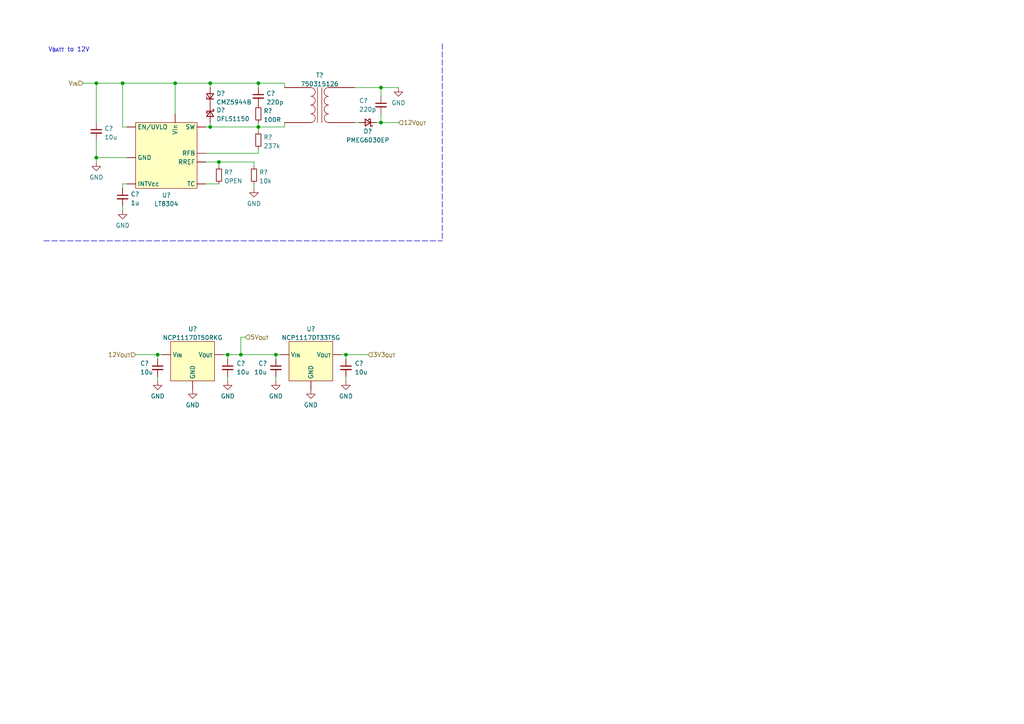
<source format=kicad_sch>
(kicad_sch (version 20211123) (generator eeschema)
  (paper "A4")
  (lib_symbols
    (symbol "Device:C_Small" (pin_numbers hide) (pin_names (offset 0.254) hide)
      (property "Reference" "C" (at 0.254 1.778 0))
      (property "Value" "C_Small" (at 0.254 -2.032 0))
      (symbol "C_Small_0_1"
        (polyline (pts (xy -1.524 -0.508) (xy 1.524 -0.508)) (stroke (width 0.3302)))
        (polyline (pts (xy -1.524 0.508) (xy 1.524 0.508)) (stroke (width 0.3048)))
      )
      (symbol "C_Small_1_1"
        (pin passive line (at 0 2.54 270) (length 2.032) (name "~") (number "1"))
        (pin passive line (at 0 -2.54 90) (length 2.032) (name "~") (number "2"))
      )
    )
    (symbol "Device:D_Schottky_Small" (pin_numbers hide) (pin_names (offset 0.254) hide)
      (property "Reference" "D" (at -1.27 2.032 0))
      (property "Value" "D_Schottky_Small" (at -7.112 -2.032 0))
      (symbol "D_Schottky_Small_0_1"
        (polyline (pts (xy -0.762 0) (xy 0.762 0)))
        (polyline (pts (xy 0.762 -1.016) (xy -0.762 0) (xy 0.762 1.016) (xy 0.762 -1.016)) (stroke (width 0.254)))
        (polyline (pts (xy -1.27 0.762) (xy -1.27 1.016) (xy -0.762 1.016) (xy -0.762 -1.016) (xy -0.254 -1.016) (xy -0.254 -0.762)) (stroke (width 0.254)))
      )
      (symbol "D_Schottky_Small_1_1"
        (pin passive line (at -2.54 0 0) (length 1.778) (name "K") (number "1"))
        (pin passive line (at 2.54 0 180) (length 1.778) (name "A") (number "2"))
      )
    )
    (symbol "Device:D_Zener_Small" (pin_numbers hide) (pin_names (offset 0.254) hide)
      (property "Reference" "D" (at 0 2.286 0))
      (property "Value" "D_Zener_Small" (at 0 -2.286 0))
      (symbol "D_Zener_Small_0_1"
        (polyline (pts (xy 0.762 0) (xy -0.762 0)))
        (polyline (pts (xy -0.254 1.016) (xy -0.762 1.016) (xy -0.762 -1.016)) (stroke (width 0.254)))
        (polyline (pts (xy 0.762 1.016) (xy -0.762 0) (xy 0.762 -1.016) (xy 0.762 1.016)) (stroke (width 0.254)))
      )
      (symbol "D_Zener_Small_1_1"
        (pin passive line (at -2.54 0 0) (length 1.778) (name "K") (number "1"))
        (pin passive line (at 2.54 0 180) (length 1.778) (name "A") (number "2"))
      )
    )
    (symbol "Device:R_Small" (pin_numbers hide) (pin_names (offset 0.254) hide)
      (property "Reference" "R" (at 0.762 0.508 0))
      (property "Value" "R_Small" (at 0.762 -1.016 0))
      (symbol "R_Small_0_1"
        (rectangle (start -0.762 1.778) (end 0.762 -1.778) (stroke (width 0.2032)))
      )
      (symbol "R_Small_1_1"
        (pin passive line (at 0 2.54 270) (length 0.762) (name "~") (number "1"))
        (pin passive line (at 0 -2.54 90) (length 0.762) (name "~") (number "2"))
      )
    )
    (symbol "Device:Transformer_1P_1S" (pin_numbers hide) (pin_names (offset 1.016) hide)
      (property "Reference" "T" (at 0 6.35 0))
      (property "Value" "Transformer_1P_1S" (at 0 -7.62 0))
      (symbol "Transformer_1P_1S_0_1"
        (arc (start -2.54 -5.0546) (mid -1.6599 -4.6901) (end -1.27 -3.81))
        (arc (start -2.54 -2.5146) (mid -1.6599 -2.1501) (end -1.27 -1.27))
        (arc (start -2.54 0.0254) (mid -1.6599 0.3899) (end -1.27 1.27))
        (arc (start -2.54 2.5654) (mid -1.6599 2.9299) (end -1.27 3.81))
        (arc (start -1.27 -3.81) (mid -1.642 -2.912) (end -2.54 -2.54))
        (arc (start -1.27 -1.27) (mid -1.642 -0.372) (end -2.54 0))
        (arc (start -1.27 1.27) (mid -1.642 2.168) (end -2.54 2.54))
        (arc (start -1.27 3.81) (mid -1.642 4.708) (end -2.54 5.08))
        (polyline (pts (xy -0.635 5.08) (xy -0.635 -5.08)))
        (polyline (pts (xy 0.635 -5.08) (xy 0.635 5.08)))
        (arc (start 1.2954 -1.27) (mid 1.6599 -2.1501) (end 2.54 -2.5146))
        (arc (start 1.2954 1.27) (mid 1.6599 0.3899) (end 2.54 0.0254))
        (arc (start 1.2954 3.81) (mid 1.6599 2.9299) (end 2.54 2.5654))
        (arc (start 1.3208 -3.81) (mid 1.6853 -4.6901) (end 2.5654 -5.0546))
        (arc (start 2.54 0) (mid 1.642 -0.372) (end 1.2954 -1.27))
        (arc (start 2.54 2.54) (mid 1.642 2.168) (end 1.2954 1.27))
        (arc (start 2.54 5.08) (mid 1.642 4.708) (end 1.2954 3.81))
        (arc (start 2.5654 -2.54) (mid 1.6674 -2.912) (end 1.3208 -3.81))
      )
      (symbol "Transformer_1P_1S_1_1"
        (pin passive line (at -10.16 5.08 0) (length 7.62) (name "AA") (number "1"))
        (pin passive line (at -10.16 -5.08 0) (length 7.62) (name "AB") (number "2"))
        (pin passive line (at 10.16 -5.08 180) (length 7.62) (name "SA") (number "3"))
        (pin passive line (at 10.16 5.08 180) (length 7.62) (name "SB") (number "4"))
      )
    )
    (symbol "Parts_Library:LT8304" (pin_numbers hide)
      (property "Reference" "U" (at 8.89 16.51 0))
      (property "Value" "LT8304" (at 8.89 13.97 0))
      (symbol "LT8304_0_1"
        (rectangle (start 8.89 8.89) (end -8.89 -10.16) (stroke (width 0.1524)) (fill (type background)))
      )
      (symbol "LT8304_1_1"
        (pin input line (at -11.43 7.62 0) (length 2.54) (name "EN/UVLO") (number ""))
        (pin input line (at -11.43 -1.27 0) (length 2.54) (name "GND") (number ""))
        (pin input line (at -11.43 -8.89 0) (length 2.54) (name "INTVcc") (number ""))
        (pin input line (at 11.43 0 180) (length 2.54) (name "RFB") (number ""))
        (pin input line (at 11.43 -2.54 180) (length 2.54) (name "RREF") (number ""))
        (pin input line (at 11.43 7.62 180) (length 2.54) (name "SW") (number ""))
        (pin input line (at 11.43 -8.89 180) (length 2.54) (name "TC") (number ""))
        (pin input line (at 2.54 11.43 270) (length 2.54) (name "Vin") (number "3"))
      )
    )
    (symbol "Parts_Library:NCP1117"
      (property "Reference" "U" (at 0 7.62 0))
      (property "Value" "NCP1117" (at 0 5.08 0))
      (symbol "NCP1117_0_1"
        (rectangle (start -6.35 6.35) (end 6.35 -5.08) (stroke (width 0.1524)) (fill (type background)))
      )
      (symbol "NCP1117_1_1"
        (pin input line (at 0 -7.62 90) (length 2.54) (name "GND") (number ""))
        (pin input line (at -8.89 2.54 0) (length 2.54) (name "V_{IN}") (number ""))
        (pin input line (at 8.89 2.54 180) (length 2.54) (name "V_{OUT}") (number ""))
      )
    )
    (symbol "power:GND" (power) (pin_names (offset 0))
      (property "Value" "GND" (at 0 -3.81 0))
      (symbol "GND_0_1"
        (polyline (pts (xy 0 0) (xy 0 -1.27) (xy 1.27 -1.27) (xy 0 -2.54) (xy -1.27 -1.27) (xy 0 -1.27)))
      )
      (symbol "GND_1_1"
        (pin power_in line (at 0 0 270) (length 0) hide (name "GND") (number "1"))
      )
    )
  )
  (junction (at 50.8 24.13))
  (junction (at 45.72 102.87))
  (junction (at 110.49 25.4))
  (junction (at 80.01 102.87))
  (junction (at 60.96 24.13))
  (junction (at 27.94 45.72))
  (junction (at 27.94 24.13))
  (junction (at 74.93 24.13))
  (junction (at 110.49 35.56))
  (junction (at 66.04 102.87))
  (junction (at 63.5 46.99))
  (junction (at 100.33 102.87))
  (junction (at 74.93 36.83))
  (junction (at 69.85 102.87))
  (junction (at 60.96 36.83))
  (junction (at 35.56 24.13))
  (wire (pts (xy 36.83 36.83) (xy 35.56 36.83)))
  (wire (pts (xy 63.5 46.99) (xy 73.66 46.99)))
  (wire (pts (xy 80.01 102.87) (xy 81.28 102.87)))
  (wire (pts (xy 69.85 102.87) (xy 80.01 102.87)))
  (wire (pts (xy 45.72 102.87) (xy 45.72 104.14)))
  (wire (pts (xy 110.49 35.56) (xy 115.57 35.56)))
  (wire (pts (xy 27.94 24.13) (xy 27.94 35.56)))
  (wire (pts (xy 45.72 109.22) (xy 45.72 110.49)))
  (wire (pts (xy 60.96 36.83) (xy 74.93 36.83)))
  (wire (pts (xy 102.87 35.56) (xy 104.14 35.56)))
  (wire (pts (xy 74.93 44.45) (xy 59.69 44.45)))
  (wire (pts (xy 35.56 53.34) (xy 36.83 53.34)))
  (wire (pts (xy 74.93 24.13) (xy 60.96 24.13)))
  (wire (pts (xy 110.49 33.02) (xy 110.49 35.56)))
  (wire (pts (xy 63.5 46.99) (xy 63.5 48.26)))
  (wire (pts (xy 71.12 97.79) (xy 69.85 97.79)))
  (wire (pts (xy 59.69 53.34) (xy 63.5 53.34)))
  (wire (pts (xy 60.96 25.4) (xy 60.96 24.13)))
  (wire (pts (xy 74.93 43.18) (xy 74.93 44.45)))
  (wire (pts (xy 36.83 45.72) (xy 27.94 45.72)))
  (wire (pts (xy 80.01 110.49) (xy 80.01 109.22)))
  (wire (pts (xy 35.56 36.83) (xy 35.56 24.13)))
  (wire (pts (xy 110.49 27.94) (xy 110.49 25.4)))
  (wire (pts (xy 82.55 35.56) (xy 82.55 36.83)))
  (wire (pts (xy 66.04 109.22) (xy 66.04 110.49)))
  (wire (pts (xy 35.56 59.69) (xy 35.56 60.96)))
  (wire (pts (xy 45.72 102.87) (xy 46.99 102.87)))
  (wire (pts (xy 39.37 102.87) (xy 45.72 102.87)))
  (wire (pts (xy 82.55 25.4) (xy 82.55 24.13)))
  (wire (pts (xy 110.49 25.4) (xy 115.57 25.4)))
  (polyline (pts (xy 12.7 69.85) (xy 128.27 69.85)))
  (wire (pts (xy 27.94 45.72) (xy 27.94 46.99)))
  (wire (pts (xy 60.96 35.56) (xy 60.96 36.83)))
  (wire (pts (xy 59.69 46.99) (xy 63.5 46.99)))
  (polyline (pts (xy 128.27 12.7) (xy 128.27 69.85)))
  (wire (pts (xy 74.93 25.4) (xy 74.93 24.13)))
  (wire (pts (xy 100.33 109.22) (xy 100.33 110.49)))
  (wire (pts (xy 27.94 40.64) (xy 27.94 45.72)))
  (wire (pts (xy 66.04 102.87) (xy 69.85 102.87)))
  (wire (pts (xy 35.56 24.13) (xy 50.8 24.13)))
  (wire (pts (xy 60.96 24.13) (xy 50.8 24.13)))
  (wire (pts (xy 100.33 102.87) (xy 106.68 102.87)))
  (wire (pts (xy 100.33 104.14) (xy 100.33 102.87)))
  (wire (pts (xy 73.66 46.99) (xy 73.66 48.26)))
  (wire (pts (xy 27.94 24.13) (xy 35.56 24.13)))
  (wire (pts (xy 24.13 24.13) (xy 27.94 24.13)))
  (wire (pts (xy 110.49 25.4) (xy 102.87 25.4)))
  (wire (pts (xy 50.8 24.13) (xy 50.8 33.02)))
  (wire (pts (xy 82.55 36.83) (xy 74.93 36.83)))
  (wire (pts (xy 35.56 54.61) (xy 35.56 53.34)))
  (wire (pts (xy 74.93 36.83) (xy 74.93 38.1)))
  (wire (pts (xy 64.77 102.87) (xy 66.04 102.87)))
  (wire (pts (xy 100.33 102.87) (xy 99.06 102.87)))
  (wire (pts (xy 74.93 35.56) (xy 74.93 36.83)))
  (wire (pts (xy 66.04 102.87) (xy 66.04 104.14)))
  (wire (pts (xy 80.01 102.87) (xy 80.01 104.14)))
  (wire (pts (xy 69.85 97.79) (xy 69.85 102.87)))
  (wire (pts (xy 82.55 24.13) (xy 74.93 24.13)))
  (wire (pts (xy 109.22 35.56) (xy 110.49 35.56)))
  (wire (pts (xy 73.66 53.34) (xy 73.66 54.61)))
  (wire (pts (xy 59.69 36.83) (xy 60.96 36.83)))
  (text "V_{BATT} to 12V" (at 13.97 15.24 0) (effects (font (size 1.27 1.27)) (justify left bottom)))
  (hierarchical_label "12V_{OUT}" (shape input) (at 39.37 102.87 180))
  (hierarchical_label "3V3_{OUT}" (shape input) (at 106.68 102.87 0))
  (hierarchical_label "12V_{OUT}" (shape input) (at 115.57 35.56 0))
  (hierarchical_label "5V_{OUT}" (shape input) (at 71.12 97.79 0))
  (hierarchical_label "V_{IN}" (shape input) (at 24.13 24.13 180))
  (symbol (lib_id "Parts_Library:NCP1117") (at 55.88 105.41 0) (unit 1)
    (property "Reference" "U?" (at 55.88 95.411 0))
    (property "Value" "NCP1117DT50RKG" (at 55.88 97.9479 0))
  )
  (symbol (lib_id "Device:D_Schottky_Small") (at 60.96 33.02 270) (unit 1)
    (property "Reference" "D?" (at 62.738 31.9313 90) (effects (justify left)))
    (property "Value" "DFLS1150" (at 62.738 34.4682 90) (effects (justify left)))
  )
  (symbol (lib_id "power:GND") (at 27.94 46.99 0) (unit 1)
    (property "Reference" "#PWR?" (effects hide))
    (property "Value" "GND" (at 27.94 51.4334 0))
  )
  (symbol (lib_id "power:GND") (at 90.17 113.03 0) (unit 1)
    (property "Reference" "#PWR?" (effects hide))
    (property "Value" "GND" (at 90.17 117.4734 0))
  )
  (symbol (lib_id "Device:Transformer_1P_1S") (at 92.71 30.48 0) (unit 1)
    (property "Reference" "T?" (at 92.7227 21.8271 0))
    (property "Value" "750315126" (at 92.7227 24.364 0))
  )
  (symbol (lib_id "Device:C_Small") (at 80.01 106.68 0) (unit 1)
    (property "Reference" "C?" (at 74.93 105.41 0) (effects (justify left)))
    (property "Value" "10u" (at 73.66 107.95 0) (effects (justify left)))
  )
  (symbol (lib_id "Parts_Library:LT8304") (at 48.26 44.45 0) (unit 1)
    (property "Reference" "U?" (at 48.26 56.5896 0))
    (property "Value" "LT8304" (at 48.26 59.1265 0))
  )
  (symbol (lib_id "Device:R_Small") (at 73.66 50.8 0) (unit 1)
    (property "Reference" "R?" (at 75.1586 49.9653 0) (effects (justify left)))
    (property "Value" "10k" (at 75.1586 52.5022 0) (effects (justify left)))
  )
  (symbol (lib_id "power:GND") (at 73.66 54.61 0) (unit 1)
    (property "Reference" "#PWR?" (effects hide))
    (property "Value" "GND" (at 73.66 59.0534 0))
  )
  (symbol (lib_id "Device:C_Small") (at 74.93 27.94 0) (unit 1)
    (property "Reference" "C?" (at 77.2541 27.1116 0) (effects (justify left)))
    (property "Value" "220p" (at 77.2541 29.6485 0) (effects (justify left)))
  )
  (symbol (lib_id "power:GND") (at 55.88 113.03 0) (unit 1)
    (property "Reference" "#PWR?" (effects hide))
    (property "Value" "GND" (at 55.88 117.4734 0))
  )
  (symbol (lib_id "Device:R_Small") (at 63.5 50.8 0) (unit 1)
    (property "Reference" "R?" (at 64.9986 49.9653 0) (effects (justify left)))
    (property "Value" "OPEN" (at 64.9986 52.5022 0) (effects (justify left)))
  )
  (symbol (lib_id "Device:D_Schottky_Small") (at 106.68 35.56 180) (unit 1)
    (property "Reference" "D?" (at 106.68 38.1 0))
    (property "Value" "PMEG6030EP" (at 106.68 40.64 0))
  )
  (symbol (lib_id "power:GND") (at 35.56 60.96 0) (unit 1)
    (property "Reference" "#PWR?" (effects hide))
    (property "Value" "GND" (at 35.56 65.4034 0))
  )
  (symbol (lib_id "power:GND") (at 100.33 110.49 0) (unit 1)
    (property "Reference" "#PWR?" (effects hide))
    (property "Value" "GND" (at 100.33 114.9334 0))
  )
  (symbol (lib_id "power:GND") (at 66.04 110.49 0) (unit 1)
    (property "Reference" "#PWR?" (effects hide))
    (property "Value" "GND" (at 66.04 114.9334 0))
  )
  (symbol (lib_id "Device:C_Small") (at 35.56 57.15 0) (unit 1)
    (property "Reference" "C?" (at 37.8841 56.3216 0) (effects (justify left)))
    (property "Value" "1u" (at 37.8841 58.8585 0) (effects (justify left)))
  )
  (symbol (lib_id "Device:R_Small") (at 74.93 40.64 0) (unit 1)
    (property "Reference" "R?" (at 76.4286 39.8053 0) (effects (justify left)))
    (property "Value" "237k" (at 76.4286 42.3422 0) (effects (justify left)))
  )
  (symbol (lib_id "Device:D_Zener_Small") (at 60.96 27.94 90) (unit 1)
    (property "Reference" "D?" (at 62.738 27.1053 90) (effects (justify right)))
    (property "Value" "CMZ5944B" (at 62.738 29.6422 90) (effects (justify right)))
  )
  (symbol (lib_id "Device:R_Small") (at 74.93 33.02 0) (unit 1)
    (property "Reference" "R?" (at 76.4286 32.1853 0) (effects (justify left)))
    (property "Value" "100R" (at 76.4286 34.7222 0) (effects (justify left)))
  )
  (symbol (lib_id "power:GND") (at 80.01 110.49 0) (unit 1)
    (property "Reference" "#PWR?" (effects hide))
    (property "Value" "GND" (at 80.01 114.9334 0))
  )
  (symbol (lib_id "Device:C_Small") (at 66.04 106.68 0) (unit 1)
    (property "Reference" "C?" (at 68.58 105.41 0) (effects (justify left)))
    (property "Value" "10u" (at 68.58 107.95 0) (effects (justify left)))
  )
  (symbol (lib_id "Device:C_Small") (at 110.49 30.48 0) (unit 1)
    (property "Reference" "C?" (at 104.14 29.2131 0) (effects (justify left)))
    (property "Value" "220p" (at 104.14 31.75 0) (effects (justify left)))
  )
  (symbol (lib_id "power:GND") (at 45.72 110.49 0) (unit 1)
    (property "Reference" "#PWR?" (effects hide))
    (property "Value" "GND" (at 45.72 114.9334 0))
  )
  (symbol (lib_id "Device:C_Small") (at 27.94 38.1 0) (unit 1)
    (property "Reference" "C?" (at 30.2641 37.2716 0) (effects (justify left)))
    (property "Value" "10u" (at 30.2641 39.8085 0) (effects (justify left)))
  )
  (symbol (lib_id "power:GND") (at 115.57 25.4 0) (unit 1)
    (property "Reference" "#PWR?" (effects hide))
    (property "Value" "GND" (at 115.57 29.8434 0))
  )
  (symbol (lib_id "Device:C_Small") (at 100.33 106.68 0) (unit 1)
    (property "Reference" "C?" (at 102.87 105.41 0) (effects (justify left)))
    (property "Value" "10u" (at 102.87 107.95 0) (effects (justify left)))
  )
  (symbol (lib_id "Device:C_Small") (at 45.72 106.68 0) (unit 1)
    (property "Reference" "C?" (at 40.64 105.41 0) (effects (justify left)))
    (property "Value" "10u" (at 40.64 107.95 0) (effects (justify left)))
  )
  (symbol (lib_id "Parts_Library:NCP1117") (at 90.17 105.41 0) (unit 1)
    (property "Reference" "U?" (at 90.17 95.411 0))
    (property "Value" "NCP1117DT33T5G" (at 90.17 97.9479 0))
  )
)
</source>
